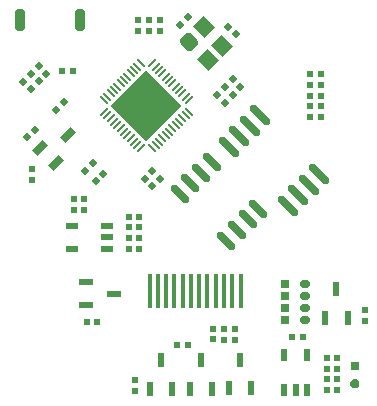
<source format=gtp>
G04*
G04 #@! TF.GenerationSoftware,Altium Limited,Altium Designer,20.1.10 (176)*
G04*
G04 Layer_Color=8421504*
%FSLAX25Y25*%
%MOIN*%
G70*
G04*
G04 #@! TF.SameCoordinates,F252A181-4E7B-4898-9581-9C64CF10C23C*
G04*
G04*
G04 #@! TF.FilePolarity,Positive*
G04*
G01*
G75*
%ADD15R,0.02000X0.02000*%
%ADD16R,0.02000X0.02000*%
%ADD17R,0.02362X0.05118*%
%ADD18R,0.03150X0.02756*%
G04:AMPARAMS|DCode=19|XSize=31.5mil|YSize=27.56mil|CornerRadius=0mil|HoleSize=0mil|Usage=FLASHONLY|Rotation=0.000|XOffset=0mil|YOffset=0mil|HoleType=Round|Shape=Octagon|*
%AMOCTAGOND19*
4,1,8,0.01575,-0.00689,0.01575,0.00689,0.00886,0.01378,-0.00886,0.01378,-0.01575,0.00689,-0.01575,-0.00689,-0.00886,-0.01378,0.00886,-0.01378,0.01575,-0.00689,0.0*
%
%ADD19OCTAGOND19*%

%ADD20P,0.02828X4X180.0*%
%ADD21P,0.02828X4X270.0*%
G04:AMPARAMS|DCode=22|XSize=24.8mil|YSize=88.58mil|CornerRadius=0mil|HoleSize=0mil|Usage=FLASHONLY|Rotation=45.000|XOffset=0mil|YOffset=0mil|HoleType=Round|Shape=Round|*
%AMOVALD22*
21,1,0.06378,0.02480,0.00000,0.00000,135.0*
1,1,0.02480,0.02255,-0.02255*
1,1,0.02480,-0.02255,0.02255*
%
%ADD22OVALD22*%

G04:AMPARAMS|DCode=23|XSize=80mil|YSize=24mil|CornerRadius=0mil|HoleSize=0mil|Usage=FLASHONLY|Rotation=135.000|XOffset=0mil|YOffset=0mil|HoleType=Round|Shape=Round|*
%AMOVALD23*
21,1,0.05600,0.02400,0.00000,0.00000,135.0*
1,1,0.02400,0.01980,-0.01980*
1,1,0.02400,-0.01980,0.01980*
%
%ADD23OVALD23*%

%ADD24R,0.05118X0.02362*%
%ADD25R,0.03000X0.03000*%
%ADD26P,0.03247X8X292.5*%
%ADD27P,0.23385X4X360.0*%
G04:AMPARAMS|DCode=28|XSize=8.66mil|YSize=39.37mil|CornerRadius=0mil|HoleSize=0mil|Usage=FLASHONLY|Rotation=315.000|XOffset=0mil|YOffset=0mil|HoleType=Round|Shape=Round|*
%AMOVALD28*
21,1,0.03071,0.00866,0.00000,0.00000,45.0*
1,1,0.00866,-0.01086,-0.01086*
1,1,0.00866,0.01086,0.01086*
%
%ADD28OVALD28*%

G04:AMPARAMS|DCode=29|XSize=8.66mil|YSize=39.37mil|CornerRadius=0mil|HoleSize=0mil|Usage=FLASHONLY|Rotation=45.000|XOffset=0mil|YOffset=0mil|HoleType=Round|Shape=Round|*
%AMOVALD29*
21,1,0.03071,0.00866,0.00000,0.00000,135.0*
1,1,0.00866,0.01086,-0.01086*
1,1,0.00866,-0.01086,0.01086*
%
%ADD29OVALD29*%

G04:AMPARAMS|DCode=30|XSize=31.5mil|YSize=70.87mil|CornerRadius=7.87mil|HoleSize=0mil|Usage=FLASHONLY|Rotation=180.000|XOffset=0mil|YOffset=0mil|HoleType=Round|Shape=RoundedRectangle|*
%AMROUNDEDRECTD30*
21,1,0.03150,0.05512,0,0,180.0*
21,1,0.01575,0.07087,0,0,180.0*
1,1,0.01575,-0.00787,0.02756*
1,1,0.01575,0.00787,0.02756*
1,1,0.01575,0.00787,-0.02756*
1,1,0.01575,-0.00787,-0.02756*
%
%ADD30ROUNDEDRECTD30*%
G04:AMPARAMS|DCode=31|XSize=55.12mil|YSize=47.24mil|CornerRadius=11.81mil|HoleSize=0mil|Usage=FLASHONLY|Rotation=315.000|XOffset=0mil|YOffset=0mil|HoleType=Round|Shape=RoundedRectangle|*
%AMROUNDEDRECTD31*
21,1,0.05512,0.02362,0,0,315.0*
21,1,0.03150,0.04724,0,0,315.0*
1,1,0.02362,0.00278,-0.01949*
1,1,0.02362,-0.01949,0.00278*
1,1,0.02362,-0.00278,0.01949*
1,1,0.02362,0.01949,-0.00278*
%
%ADD31ROUNDEDRECTD31*%
G04:AMPARAMS|DCode=32|XSize=55.12mil|YSize=47.24mil|CornerRadius=0mil|HoleSize=0mil|Usage=FLASHONLY|Rotation=315.000|XOffset=0mil|YOffset=0mil|HoleType=Round|Shape=Rectangle|*
%AMROTATEDRECTD32*
4,1,4,-0.03619,0.00278,-0.00278,0.03619,0.03619,-0.00278,0.00278,-0.03619,-0.03619,0.00278,0.0*
%
%ADD32ROTATEDRECTD32*%

G04:AMPARAMS|DCode=33|XSize=51.18mil|YSize=23.62mil|CornerRadius=0mil|HoleSize=0mil|Usage=FLASHONLY|Rotation=45.000|XOffset=0mil|YOffset=0mil|HoleType=Round|Shape=Rectangle|*
%AMROTATEDRECTD33*
4,1,4,-0.00974,-0.02645,-0.02645,-0.00974,0.00974,0.02645,0.02645,0.00974,-0.00974,-0.02645,0.0*
%
%ADD33ROTATEDRECTD33*%

%ADD34R,0.02165X0.03937*%
%ADD35R,0.02165X0.03937*%
%ADD36R,0.03937X0.02165*%
%ADD37R,0.03937X0.02165*%
%ADD38R,0.01378X0.11811*%
D15*
X68800Y27357D02*
D03*
X68800Y30900D02*
D03*
X65200Y27400D02*
D03*
X65200Y30943D02*
D03*
X61600Y27500D02*
D03*
X61600Y31043D02*
D03*
X35400Y10400D02*
D03*
X35400Y13943D02*
D03*
X112200Y33757D02*
D03*
X112200Y37300D02*
D03*
X40200Y133900D02*
D03*
X40200Y130357D02*
D03*
X1300Y80757D02*
D03*
X1300Y84300D02*
D03*
X43800Y133900D02*
D03*
X43800Y130357D02*
D03*
X36600Y133800D02*
D03*
X36600Y130257D02*
D03*
D16*
X49500Y25500D02*
D03*
X53043Y25500D02*
D03*
X93800Y112300D02*
D03*
X97343Y112300D02*
D03*
X93800Y105100D02*
D03*
X97343Y105100D02*
D03*
X93800Y108700D02*
D03*
X97343Y108700D02*
D03*
X33357Y68400D02*
D03*
X36900Y68400D02*
D03*
X19357Y33200D02*
D03*
X22900Y33200D02*
D03*
X102900Y17700D02*
D03*
X99357Y17700D02*
D03*
X33357Y64800D02*
D03*
X36900Y64800D02*
D03*
X99357Y21300D02*
D03*
X102900Y21300D02*
D03*
X11300Y116800D02*
D03*
X14843Y116800D02*
D03*
X97343Y115900D02*
D03*
X93800Y115900D02*
D03*
X97343Y101500D02*
D03*
X93800Y101500D02*
D03*
X33400Y57600D02*
D03*
X36943Y57600D02*
D03*
X33400Y61200D02*
D03*
X36943Y61200D02*
D03*
X18600Y74100D02*
D03*
X15057Y74100D02*
D03*
X18616Y70441D02*
D03*
X15073Y70442D02*
D03*
X99357Y14100D02*
D03*
X102900Y14100D02*
D03*
X99357Y10500D02*
D03*
X102900Y10500D02*
D03*
X91443Y28200D02*
D03*
X87900Y28200D02*
D03*
D17*
X53660Y11051D02*
D03*
X57400Y20500D02*
D03*
X61140Y11051D02*
D03*
X47940Y11051D02*
D03*
X44200Y20500D02*
D03*
X40460Y11051D02*
D03*
X66760Y11151D02*
D03*
X70500Y20600D02*
D03*
X74240Y11151D02*
D03*
X106340Y34651D02*
D03*
X102600Y44100D02*
D03*
X98860Y34651D02*
D03*
D18*
X85354Y33800D02*
D03*
Y37800D02*
D03*
Y45800D02*
D03*
Y41800D02*
D03*
D19*
X92047Y33800D02*
D03*
Y37800D02*
D03*
Y45800D02*
D03*
Y41800D02*
D03*
D20*
X69000Y129200D02*
D03*
X66495Y131705D02*
D03*
X3321Y118579D02*
D03*
X5826Y116074D02*
D03*
X68100Y114100D02*
D03*
X70605Y111594D02*
D03*
X65500Y111500D02*
D03*
X68005Y108994D02*
D03*
X62900Y108900D02*
D03*
X65405Y106395D02*
D03*
X3351Y113457D02*
D03*
X846Y115963D02*
D03*
X806Y110912D02*
D03*
X-1699Y113417D02*
D03*
D21*
X53105Y134905D02*
D03*
X50600Y132400D02*
D03*
X41295Y78445D02*
D03*
X43800Y80950D02*
D03*
X41200Y83450D02*
D03*
X38695Y80945D02*
D03*
X24863Y82662D02*
D03*
X22357Y80157D02*
D03*
X2005Y97305D02*
D03*
X-500Y94800D02*
D03*
X11769Y106601D02*
D03*
X9264Y104096D02*
D03*
X21363Y86162D02*
D03*
X18857Y83657D02*
D03*
D22*
X86338Y71966D02*
D03*
X89873Y75502D02*
D03*
X93409Y79037D02*
D03*
X96944Y82573D02*
D03*
X66683Y91620D02*
D03*
X70219Y95156D02*
D03*
X73754Y98691D02*
D03*
X77290Y102227D02*
D03*
D23*
X65956Y60387D02*
D03*
X61006Y86550D02*
D03*
X57470Y83014D02*
D03*
X73027Y67458D02*
D03*
X53935Y79479D02*
D03*
X50399Y75943D02*
D03*
X76562Y70993D02*
D03*
X69491Y63922D02*
D03*
D24*
X19151Y46440D02*
D03*
X28600Y42700D02*
D03*
X19151Y38960D02*
D03*
D25*
X108700Y18718D02*
D03*
D26*
Y12600D02*
D03*
D27*
X39316Y105301D02*
D03*
D28*
X25118Y103352D02*
D03*
X26232Y102239D02*
D03*
X27345Y101125D02*
D03*
X28459Y100012D02*
D03*
X29573Y98898D02*
D03*
X30686Y97785D02*
D03*
X31800Y96671D02*
D03*
X32913Y95558D02*
D03*
X34027Y94444D02*
D03*
X35140Y93331D02*
D03*
X36254Y92217D02*
D03*
X37367Y91103D02*
D03*
X53514Y107250D02*
D03*
X52400Y108363D02*
D03*
X51287Y109477D02*
D03*
X50173Y110591D02*
D03*
X49060Y111704D02*
D03*
X47946Y112818D02*
D03*
X46833Y113931D02*
D03*
X45719Y115045D02*
D03*
X44606Y116158D02*
D03*
X43492Y117272D02*
D03*
X42379Y118386D02*
D03*
X41265Y119499D02*
D03*
D29*
X53514Y103352D02*
D03*
X52400Y102239D02*
D03*
X51287Y101125D02*
D03*
X50173Y100012D02*
D03*
X49060Y98898D02*
D03*
X47946Y97785D02*
D03*
X46833Y96671D02*
D03*
X45719Y95558D02*
D03*
X44606Y94444D02*
D03*
X43492Y93331D02*
D03*
X42379Y92217D02*
D03*
X41265Y91103D02*
D03*
X25118Y107250D02*
D03*
X26232Y108363D02*
D03*
X27345Y109477D02*
D03*
X28459Y110591D02*
D03*
X29573Y111704D02*
D03*
X30686Y112818D02*
D03*
X31800Y113931D02*
D03*
X32913Y115045D02*
D03*
X34027Y116158D02*
D03*
X35140Y117272D02*
D03*
X36254Y118386D02*
D03*
X37367Y119499D02*
D03*
D30*
X17200Y133900D02*
D03*
X-2891D02*
D03*
D31*
X53600Y126700D02*
D03*
D32*
X59724Y120575D02*
D03*
X64457Y125308D02*
D03*
X58333Y131433D02*
D03*
D33*
X3801Y91422D02*
D03*
X13127Y95458D02*
D03*
X9090Y86132D02*
D03*
D34*
X85246Y10547D02*
D03*
X92727D02*
D03*
Y22358D02*
D03*
X85246D02*
D03*
D35*
X88987Y10547D02*
D03*
D36*
X26211Y57700D02*
D03*
Y65180D02*
D03*
X14400D02*
D03*
Y57700D02*
D03*
D37*
X26211Y61440D02*
D03*
D38*
X70657Y43500D02*
D03*
X67902D02*
D03*
X65146D02*
D03*
X62390D02*
D03*
X59634D02*
D03*
X56878D02*
D03*
X54122D02*
D03*
X51366D02*
D03*
X48610D02*
D03*
X45854D02*
D03*
X43098D02*
D03*
X40343D02*
D03*
M02*

</source>
